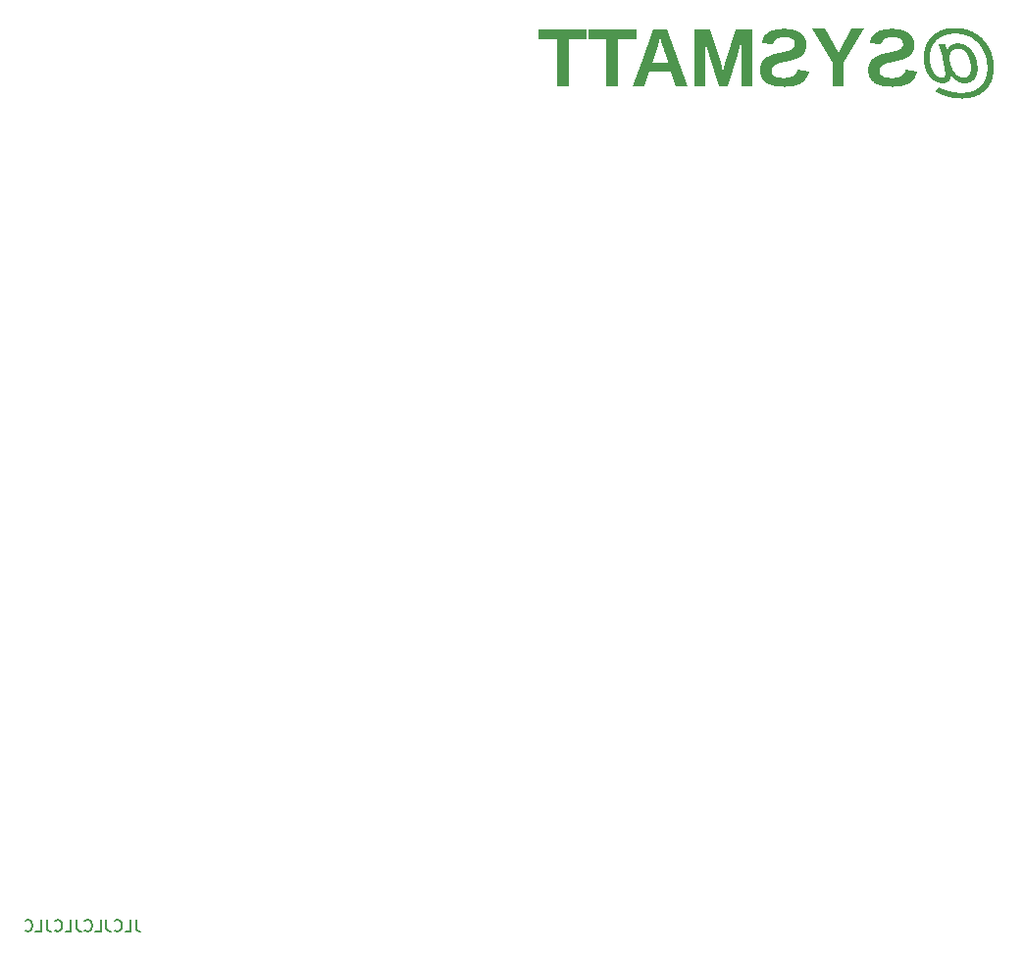
<source format=gbo>
G04 #@! TF.GenerationSoftware,KiCad,Pcbnew,7.0.10-1.fc39*
G04 #@! TF.CreationDate,2024-01-09T16:29:58-05:00*
G04 #@! TF.ProjectId,SYSMATT-WS2812-MATRIX-CARRIER-32X8,5359534d-4154-4542-9d57-53323831322d,rev?*
G04 #@! TF.SameCoordinates,Original*
G04 #@! TF.FileFunction,Legend,Bot*
G04 #@! TF.FilePolarity,Positive*
%FSLAX46Y46*%
G04 Gerber Fmt 4.6, Leading zero omitted, Abs format (unit mm)*
G04 Created by KiCad (PCBNEW 7.0.10-1.fc39) date 2024-01-09 16:29:58*
%MOMM*%
%LPD*%
G01*
G04 APERTURE LIST*
G04 Aperture macros list*
%AMRoundRect*
0 Rectangle with rounded corners*
0 $1 Rounding radius*
0 $2 $3 $4 $5 $6 $7 $8 $9 X,Y pos of 4 corners*
0 Add a 4 corners polygon primitive as box body*
4,1,4,$2,$3,$4,$5,$6,$7,$8,$9,$2,$3,0*
0 Add four circle primitives for the rounded corners*
1,1,$1+$1,$2,$3*
1,1,$1+$1,$4,$5*
1,1,$1+$1,$6,$7*
1,1,$1+$1,$8,$9*
0 Add four rect primitives between the rounded corners*
20,1,$1+$1,$2,$3,$4,$5,0*
20,1,$1+$1,$4,$5,$6,$7,0*
20,1,$1+$1,$6,$7,$8,$9,0*
20,1,$1+$1,$8,$9,$2,$3,0*%
G04 Aperture macros list end*
%ADD10C,1.000000*%
%ADD11C,0.150000*%
%ADD12C,1.600000*%
%ADD13C,12.800000*%
%ADD14R,1.700000X1.700000*%
%ADD15O,1.700000X1.700000*%
%ADD16R,1.600000X1.600000*%
%ADD17R,3.000000X3.000000*%
%ADD18C,3.000000*%
%ADD19R,3.500000X3.500000*%
%ADD20RoundRect,0.750000X1.000000X-0.750000X1.000000X0.750000X-1.000000X0.750000X-1.000000X-0.750000X0*%
%ADD21RoundRect,0.875000X0.875000X-0.875000X0.875000X0.875000X-0.875000X0.875000X-0.875000X-0.875000X0*%
%ADD22R,2.400000X1.600000*%
%ADD23O,2.400000X1.600000*%
%ADD24RoundRect,0.625000X0.625000X-1.125000X0.625000X1.125000X-0.625000X1.125000X-0.625000X-1.125000X0*%
%ADD25O,2.500000X3.500000*%
%ADD26C,10.600000*%
%ADD27RoundRect,0.102000X1.000000X-1.000000X1.000000X1.000000X-1.000000X1.000000X-1.000000X-1.000000X0*%
%ADD28C,2.204000*%
%ADD29RoundRect,0.102000X-0.780000X0.780000X-0.780000X-0.780000X0.780000X-0.780000X0.780000X0.780000X0*%
%ADD30C,1.764000*%
G04 APERTURE END LIST*
D10*
G36*
X143308702Y88351671D02*
G01*
X143367398Y88350404D01*
X143425738Y88348293D01*
X143483723Y88345338D01*
X143541353Y88341539D01*
X143598627Y88336895D01*
X143655546Y88331406D01*
X143712109Y88325074D01*
X143768317Y88317897D01*
X143824170Y88309875D01*
X143879667Y88301010D01*
X143934809Y88291299D01*
X143989595Y88280745D01*
X144044027Y88269346D01*
X144098102Y88257103D01*
X144151823Y88244016D01*
X144205188Y88230084D01*
X144258197Y88215307D01*
X144310851Y88199687D01*
X144363150Y88183222D01*
X144415093Y88165913D01*
X144466681Y88147759D01*
X144517914Y88128761D01*
X144568791Y88108919D01*
X144619313Y88088232D01*
X144669479Y88066701D01*
X144719290Y88044326D01*
X144768746Y88021106D01*
X144817846Y87997042D01*
X144866591Y87972133D01*
X144914980Y87946380D01*
X144963014Y87919783D01*
X145010547Y87892419D01*
X145057434Y87864366D01*
X145103674Y87835623D01*
X145149268Y87806191D01*
X145194216Y87776070D01*
X145238517Y87745259D01*
X145282172Y87713759D01*
X145325181Y87681570D01*
X145367543Y87648691D01*
X145409258Y87615124D01*
X145450328Y87580866D01*
X145490750Y87545920D01*
X145530527Y87510284D01*
X145569657Y87473959D01*
X145608141Y87436944D01*
X145645978Y87399241D01*
X145683169Y87360847D01*
X145719714Y87321765D01*
X145755612Y87281993D01*
X145790864Y87241532D01*
X145825469Y87200382D01*
X145859428Y87158542D01*
X145892741Y87116013D01*
X145925407Y87072795D01*
X145957427Y87028887D01*
X145988801Y86984290D01*
X146019528Y86939004D01*
X146049609Y86893028D01*
X146079043Y86846363D01*
X146107831Y86799009D01*
X146135973Y86750965D01*
X146163468Y86702233D01*
X146190215Y86653049D01*
X146216114Y86603500D01*
X146241163Y86553587D01*
X146265363Y86503308D01*
X146288714Y86452665D01*
X146311216Y86401656D01*
X146332868Y86350283D01*
X146353672Y86298545D01*
X146373626Y86246442D01*
X146392732Y86193974D01*
X146410988Y86141141D01*
X146428395Y86087943D01*
X146444953Y86034380D01*
X146460662Y85980452D01*
X146475521Y85926159D01*
X146489532Y85871502D01*
X146502693Y85816479D01*
X146515006Y85761091D01*
X146526469Y85705339D01*
X146537083Y85649222D01*
X146546848Y85592739D01*
X146555764Y85535892D01*
X146563830Y85478680D01*
X146571048Y85421103D01*
X146577416Y85363160D01*
X146582936Y85304853D01*
X146587606Y85246181D01*
X146591427Y85187145D01*
X146594399Y85127743D01*
X146596522Y85067976D01*
X146597795Y85007844D01*
X146598220Y84947348D01*
X146597884Y84897606D01*
X146596875Y84848215D01*
X146592839Y84750484D01*
X146586113Y84654156D01*
X146576696Y84559231D01*
X146564589Y84465708D01*
X146549791Y84373587D01*
X146532303Y84282869D01*
X146512124Y84193553D01*
X146489255Y84105640D01*
X146463696Y84019129D01*
X146435446Y83934021D01*
X146404505Y83850316D01*
X146370874Y83768013D01*
X146334552Y83687112D01*
X146295540Y83607614D01*
X146253838Y83529518D01*
X146209578Y83453264D01*
X146163201Y83379290D01*
X146114705Y83307596D01*
X146064091Y83238182D01*
X146011360Y83171049D01*
X145956510Y83106196D01*
X145899542Y83043623D01*
X145840457Y82983330D01*
X145779253Y82925317D01*
X145715931Y82869585D01*
X145650491Y82816133D01*
X145582933Y82764962D01*
X145513257Y82716070D01*
X145441463Y82669459D01*
X145367551Y82625128D01*
X145291521Y82583077D01*
X145252787Y82562941D01*
X145174180Y82524587D01*
X145094057Y82488791D01*
X145012417Y82455551D01*
X144929260Y82424868D01*
X144844586Y82396742D01*
X144758395Y82371172D01*
X144670687Y82348160D01*
X144581462Y82327705D01*
X144490720Y82309806D01*
X144398461Y82294465D01*
X144304685Y82281680D01*
X144209393Y82271453D01*
X144112583Y82263782D01*
X144063609Y82260905D01*
X144014256Y82258668D01*
X143964524Y82257070D01*
X143914412Y82256111D01*
X143863921Y82255792D01*
X143791526Y82256335D01*
X143719360Y82257967D01*
X143647423Y82260686D01*
X143575715Y82264493D01*
X143504236Y82269387D01*
X143432985Y82275369D01*
X143361964Y82282439D01*
X143291172Y82290596D01*
X143220609Y82299841D01*
X143150274Y82310174D01*
X143080169Y82321594D01*
X143010293Y82334102D01*
X142940645Y82347697D01*
X142871227Y82362381D01*
X142802037Y82378151D01*
X142733077Y82395010D01*
X142663983Y82413133D01*
X142594698Y82432696D01*
X142525222Y82453700D01*
X142455556Y82476144D01*
X142385699Y82500030D01*
X142315651Y82525356D01*
X142245412Y82552122D01*
X142174982Y82580329D01*
X142104362Y82609977D01*
X142033550Y82641066D01*
X141962548Y82673595D01*
X141891355Y82707564D01*
X141819971Y82742975D01*
X141748397Y82779826D01*
X141676631Y82818118D01*
X141604675Y82857850D01*
X141817166Y83271842D01*
X141880513Y83239760D01*
X141943853Y83208696D01*
X142007186Y83178651D01*
X142070511Y83149625D01*
X142133829Y83121617D01*
X142197140Y83094627D01*
X142260444Y83068656D01*
X142323741Y83043704D01*
X142387031Y83019770D01*
X142450313Y82996854D01*
X142513589Y82974957D01*
X142576857Y82954078D01*
X142640118Y82934218D01*
X142703372Y82915376D01*
X142766619Y82897553D01*
X142829858Y82880748D01*
X142893091Y82864962D01*
X142956316Y82850194D01*
X143019534Y82836444D01*
X143082745Y82823713D01*
X143145949Y82812001D01*
X143209145Y82801307D01*
X143272335Y82791631D01*
X143335517Y82782974D01*
X143398692Y82775336D01*
X143461860Y82768716D01*
X143525021Y82763114D01*
X143588175Y82758531D01*
X143651322Y82754966D01*
X143714461Y82752420D01*
X143777593Y82750893D01*
X143840718Y82750383D01*
X143923246Y82751395D01*
X144004437Y82754429D01*
X144084293Y82759485D01*
X144162814Y82766564D01*
X144239998Y82775666D01*
X144315847Y82786791D01*
X144390360Y82799938D01*
X144463538Y82815108D01*
X144535379Y82832300D01*
X144605885Y82851515D01*
X144675056Y82872753D01*
X144742890Y82896013D01*
X144809389Y82921296D01*
X144874552Y82948602D01*
X144938380Y82977930D01*
X145000872Y83009281D01*
X145061832Y83042607D01*
X145121066Y83077860D01*
X145178573Y83115040D01*
X145234353Y83154147D01*
X145288406Y83195182D01*
X145340732Y83238144D01*
X145391331Y83283033D01*
X145440204Y83329849D01*
X145487349Y83378593D01*
X145532768Y83429264D01*
X145576460Y83481862D01*
X145618425Y83536387D01*
X145658663Y83592840D01*
X145697174Y83651220D01*
X145733958Y83711527D01*
X145769016Y83773761D01*
X145801993Y83837593D01*
X145832843Y83902694D01*
X145861565Y83969064D01*
X145888160Y84036704D01*
X145912627Y84105611D01*
X145934967Y84175788D01*
X145955179Y84247234D01*
X145973264Y84319949D01*
X145989221Y84393933D01*
X146003050Y84469185D01*
X146014752Y84545707D01*
X146024326Y84623497D01*
X146031772Y84702556D01*
X146037091Y84782885D01*
X146040283Y84864482D01*
X146041346Y84947348D01*
X146040996Y84999853D01*
X146039944Y85052038D01*
X146038191Y85103904D01*
X146035736Y85155450D01*
X146032581Y85206677D01*
X146028724Y85257584D01*
X146024166Y85308171D01*
X146018907Y85358439D01*
X146012946Y85408387D01*
X146006284Y85458016D01*
X145998921Y85507325D01*
X145990857Y85556314D01*
X145982091Y85604984D01*
X145972624Y85653334D01*
X145962456Y85701364D01*
X145951587Y85749075D01*
X145927745Y85843538D01*
X145901098Y85936722D01*
X145871645Y86028628D01*
X145839388Y86119255D01*
X145804326Y86208604D01*
X145766459Y86296675D01*
X145725786Y86383467D01*
X145682309Y86468981D01*
X145636380Y86552605D01*
X145588352Y86633730D01*
X145538225Y86712355D01*
X145485999Y86788481D01*
X145431674Y86862107D01*
X145375250Y86933233D01*
X145316727Y87001859D01*
X145256106Y87067986D01*
X145193385Y87131613D01*
X145128565Y87192741D01*
X145061646Y87251369D01*
X144992629Y87307497D01*
X144921512Y87361125D01*
X144848296Y87412254D01*
X144772982Y87460883D01*
X144695568Y87507013D01*
X144616189Y87550638D01*
X144535284Y87591448D01*
X144452852Y87629444D01*
X144368893Y87664626D01*
X144283408Y87696993D01*
X144196397Y87726545D01*
X144107859Y87753283D01*
X144017794Y87777206D01*
X143926203Y87798315D01*
X143833086Y87816610D01*
X143738442Y87832089D01*
X143642271Y87844755D01*
X143593613Y87850032D01*
X143544574Y87854606D01*
X143495153Y87858476D01*
X143445350Y87861642D01*
X143395166Y87864105D01*
X143344600Y87865864D01*
X143293652Y87866919D01*
X143242323Y87867271D01*
X143160979Y87866283D01*
X143080894Y87863321D01*
X143002068Y87858384D01*
X142924502Y87851471D01*
X142848195Y87842584D01*
X142773148Y87831722D01*
X142699360Y87818885D01*
X142626831Y87804073D01*
X142555562Y87787286D01*
X142485552Y87768524D01*
X142416802Y87747788D01*
X142349310Y87725076D01*
X142283079Y87700389D01*
X142218106Y87673728D01*
X142154393Y87645091D01*
X142091939Y87614480D01*
X142031022Y87582051D01*
X141971917Y87547962D01*
X141914625Y87512212D01*
X141859146Y87474803D01*
X141805479Y87435734D01*
X141753625Y87395005D01*
X141703584Y87352615D01*
X141655355Y87308565D01*
X141608940Y87262856D01*
X141564337Y87215486D01*
X141521547Y87166456D01*
X141480569Y87115766D01*
X141441404Y87063416D01*
X141404052Y87009406D01*
X141368513Y86953736D01*
X141334787Y86896406D01*
X141302992Y86837701D01*
X141273249Y86777910D01*
X141245557Y86717030D01*
X141219916Y86655063D01*
X141196327Y86592008D01*
X141174789Y86527866D01*
X141155302Y86462636D01*
X141137866Y86396318D01*
X141122481Y86328913D01*
X141109148Y86260420D01*
X141097866Y86190840D01*
X141088636Y86120171D01*
X141081456Y86048415D01*
X141076328Y85975572D01*
X141073251Y85901641D01*
X141072226Y85826622D01*
X141072798Y85766339D01*
X141074515Y85706695D01*
X141077378Y85647690D01*
X141081385Y85589325D01*
X141086537Y85531599D01*
X141092834Y85474512D01*
X141100275Y85418064D01*
X141108862Y85362255D01*
X141118594Y85307086D01*
X141129470Y85252556D01*
X141141491Y85198665D01*
X141154658Y85145413D01*
X141168969Y85092801D01*
X141184425Y85040828D01*
X141201026Y84989494D01*
X141218771Y84938799D01*
X141227958Y84913770D01*
X141246953Y84864664D01*
X141266779Y84816827D01*
X141287435Y84770259D01*
X141308921Y84724959D01*
X141331236Y84680929D01*
X141366266Y84617262D01*
X141403164Y84556451D01*
X141441929Y84498494D01*
X141482562Y84443393D01*
X141525062Y84391147D01*
X141569430Y84341755D01*
X141615666Y84295219D01*
X141647055Y84266087D01*
X141694496Y84225912D01*
X141742367Y84189966D01*
X141790667Y84158249D01*
X141839396Y84130761D01*
X141888555Y84107502D01*
X141938143Y84088472D01*
X141988160Y84073670D01*
X142038607Y84063098D01*
X142089483Y84056755D01*
X142140788Y84054640D01*
X142192308Y84059143D01*
X142240622Y84072653D01*
X142285731Y84095169D01*
X142327634Y84126692D01*
X142362896Y84169511D01*
X142385486Y84217120D01*
X142398710Y84265463D01*
X142406266Y84320761D01*
X142408234Y84372156D01*
X142407738Y84402867D01*
X142405133Y84454194D01*
X142400296Y84511832D01*
X142393226Y84575781D01*
X142383924Y84646042D01*
X142376482Y84696388D01*
X142368048Y84749540D01*
X142358622Y84805496D01*
X142348204Y84864257D01*
X142336793Y84925824D01*
X142324390Y84990195D01*
X142310995Y85057371D01*
X142296607Y85127353D01*
X142281228Y85200139D01*
X142139241Y85816852D01*
X142772156Y85816852D01*
X142772961Y85776670D01*
X142776539Y85719187D01*
X142782979Y85657239D01*
X142789687Y85607848D01*
X142798005Y85555945D01*
X142807934Y85501531D01*
X142819472Y85444605D01*
X142832620Y85385167D01*
X142847379Y85323218D01*
X142863747Y85258757D01*
X142875348Y85215242D01*
X142893896Y85151078D01*
X142913817Y85088245D01*
X142935112Y85026743D01*
X142957780Y84966572D01*
X142981823Y84907732D01*
X143007240Y84850223D01*
X143034030Y84794045D01*
X143062194Y84739197D01*
X143091732Y84685681D01*
X143122644Y84633496D01*
X143143892Y84599803D01*
X143176442Y84551141D01*
X143209808Y84504734D01*
X143243991Y84460581D01*
X143278988Y84418681D01*
X143314802Y84379036D01*
X143351431Y84341645D01*
X143388876Y84306507D01*
X143427137Y84273624D01*
X143466213Y84242995D01*
X143506106Y84214619D01*
X143559744Y84180559D01*
X143613801Y84151040D01*
X143668279Y84126062D01*
X143723176Y84105626D01*
X143778494Y84089731D01*
X143834231Y84078377D01*
X143890387Y84071565D01*
X143946964Y84069295D01*
X143989172Y84070182D01*
X144049908Y84074840D01*
X144107554Y84083491D01*
X144162108Y84096135D01*
X144213570Y84112772D01*
X144261942Y84133401D01*
X144307222Y84158024D01*
X144349411Y84186639D01*
X144388509Y84219246D01*
X144424516Y84255847D01*
X144457431Y84296441D01*
X144477543Y84325635D01*
X144505278Y84371860D01*
X144530094Y84421004D01*
X144551990Y84473068D01*
X144570966Y84528051D01*
X144587023Y84585954D01*
X144600161Y84646776D01*
X144610379Y84710518D01*
X144617678Y84777179D01*
X144622057Y84846760D01*
X144623517Y84919260D01*
X144622963Y84971376D01*
X144621303Y85023311D01*
X144618536Y85075065D01*
X144614663Y85126637D01*
X144609683Y85178028D01*
X144603596Y85229238D01*
X144596402Y85280267D01*
X144588101Y85331114D01*
X144578694Y85381780D01*
X144568180Y85432265D01*
X144556560Y85482569D01*
X144543832Y85532691D01*
X144529998Y85582632D01*
X144515058Y85632392D01*
X144499010Y85681970D01*
X144481856Y85731367D01*
X144463552Y85780125D01*
X144444361Y85827481D01*
X144424282Y85873434D01*
X144403316Y85917984D01*
X144370204Y85982180D01*
X144335095Y86043221D01*
X144297990Y86101105D01*
X144258889Y86155835D01*
X144217791Y86207408D01*
X144174697Y86255826D01*
X144129606Y86301089D01*
X144082519Y86343196D01*
X144050204Y86369371D01*
X144000767Y86405467D01*
X143950170Y86437763D01*
X143898413Y86466260D01*
X143845498Y86490958D01*
X143791424Y86511856D01*
X143736190Y86528954D01*
X143679797Y86542252D01*
X143622245Y86551751D01*
X143563534Y86557451D01*
X143503663Y86559351D01*
X143463826Y86558540D01*
X143405805Y86554282D01*
X143349866Y86546375D01*
X143296010Y86534819D01*
X143244236Y86519613D01*
X143194544Y86500758D01*
X143146935Y86478254D01*
X143101408Y86452101D01*
X143057963Y86422298D01*
X143016600Y86388846D01*
X142977320Y86351744D01*
X142952476Y86325469D01*
X142918215Y86284267D01*
X142887561Y86240919D01*
X142860513Y86195424D01*
X142837071Y86147782D01*
X142817236Y86097994D01*
X142801007Y86046059D01*
X142788385Y85991977D01*
X142779369Y85935749D01*
X142773959Y85877374D01*
X142772156Y85816852D01*
X142139241Y85816852D01*
X141879448Y86945254D01*
X142415561Y86945254D01*
X142548674Y86426238D01*
X142569434Y86426238D01*
X142600742Y86498552D01*
X142635437Y86566201D01*
X142673519Y86629184D01*
X142714988Y86687502D01*
X142759843Y86741154D01*
X142808086Y86790141D01*
X142859716Y86834462D01*
X142914733Y86874118D01*
X142973136Y86909109D01*
X143034927Y86939434D01*
X143100104Y86965094D01*
X143168669Y86986089D01*
X143240620Y87002418D01*
X143315959Y87014081D01*
X143394684Y87021079D01*
X143476796Y87023412D01*
X143537337Y87022315D01*
X143597143Y87019023D01*
X143656215Y87013537D01*
X143714552Y87005857D01*
X143772154Y86995982D01*
X143829021Y86983913D01*
X143885154Y86969650D01*
X143940553Y86953192D01*
X143995216Y86934540D01*
X144049145Y86913693D01*
X144102340Y86890653D01*
X144154799Y86865417D01*
X144206524Y86837988D01*
X144257515Y86808364D01*
X144307771Y86776545D01*
X144357292Y86742533D01*
X144405778Y86706593D01*
X144452928Y86668993D01*
X144498743Y86629733D01*
X144543222Y86588812D01*
X144586365Y86546232D01*
X144628172Y86501992D01*
X144668644Y86456091D01*
X144707780Y86408531D01*
X144745581Y86359310D01*
X144782045Y86308429D01*
X144817174Y86255888D01*
X144850968Y86201687D01*
X144883425Y86145826D01*
X144914547Y86088305D01*
X144944333Y86029124D01*
X144972784Y85968283D01*
X144999550Y85906340D01*
X145024590Y85843853D01*
X145047903Y85780822D01*
X145069489Y85717247D01*
X145089348Y85653128D01*
X145107480Y85588466D01*
X145123885Y85523260D01*
X145138564Y85457510D01*
X145151515Y85391216D01*
X145162740Y85324379D01*
X145172238Y85256997D01*
X145180009Y85189072D01*
X145186053Y85120603D01*
X145190370Y85051590D01*
X145192960Y84982033D01*
X145193824Y84911933D01*
X145192664Y84834552D01*
X145189187Y84759338D01*
X145183391Y84686289D01*
X145175276Y84615406D01*
X145164844Y84546689D01*
X145152092Y84480138D01*
X145137023Y84415752D01*
X145119635Y84353532D01*
X145099928Y84293478D01*
X145077904Y84235590D01*
X145053561Y84179867D01*
X145026899Y84126310D01*
X144997919Y84074919D01*
X144966621Y84025694D01*
X144933004Y83978634D01*
X144897069Y83933740D01*
X144858882Y83891446D01*
X144818815Y83851880D01*
X144776870Y83815044D01*
X144733044Y83780935D01*
X144687339Y83749556D01*
X144639755Y83720905D01*
X144590291Y83694983D01*
X144538948Y83671789D01*
X144485725Y83651325D01*
X144430622Y83633588D01*
X144373640Y83618581D01*
X144314778Y83606302D01*
X144254037Y83596752D01*
X144191417Y83589930D01*
X144126917Y83585837D01*
X144060537Y83584473D01*
X144016330Y83585369D01*
X143950252Y83590078D01*
X143884453Y83598822D01*
X143818933Y83611602D01*
X143753692Y83628417D01*
X143688731Y83649269D01*
X143624048Y83674156D01*
X143559645Y83703078D01*
X143495520Y83736037D01*
X143452926Y83760251D01*
X143410455Y83786259D01*
X143368108Y83814061D01*
X143326473Y83843418D01*
X143286134Y83873786D01*
X143247094Y83905165D01*
X143209351Y83937556D01*
X143172905Y83970958D01*
X143137757Y84005372D01*
X143103906Y84040797D01*
X143071353Y84077233D01*
X143024957Y84133783D01*
X142981480Y84192609D01*
X142954117Y84233090D01*
X142928051Y84274583D01*
X142903284Y84317087D01*
X142879813Y84360602D01*
X142857641Y84405129D01*
X142836880Y84405129D01*
X142840590Y84385680D01*
X142848700Y84331717D01*
X142853667Y84281996D01*
X142856647Y84229937D01*
X142857641Y84175540D01*
X142857475Y84158257D01*
X142854988Y84107839D01*
X142847032Y84043954D01*
X142833770Y83983886D01*
X142815204Y83927634D01*
X142791333Y83875198D01*
X142762157Y83826578D01*
X142727677Y83781775D01*
X142687892Y83740788D01*
X142677140Y83731171D01*
X142631268Y83695756D01*
X142580816Y83665225D01*
X142525785Y83639580D01*
X142466175Y83618819D01*
X142418462Y83606454D01*
X142368172Y83596837D01*
X142315307Y83589968D01*
X142259866Y83585846D01*
X142201849Y83584473D01*
X142146222Y83585613D01*
X142091081Y83589033D01*
X142036427Y83594734D01*
X141982259Y83602715D01*
X141928578Y83612976D01*
X141875384Y83625517D01*
X141822676Y83640338D01*
X141770455Y83657440D01*
X141718720Y83676822D01*
X141667472Y83698484D01*
X141616711Y83722427D01*
X141566436Y83748650D01*
X141516647Y83777153D01*
X141467346Y83807936D01*
X141418530Y83840999D01*
X141370202Y83876343D01*
X141322770Y83913709D01*
X141276645Y83952840D01*
X141231828Y83993737D01*
X141188317Y84036398D01*
X141146114Y84080825D01*
X141105217Y84127016D01*
X141065628Y84174973D01*
X141027346Y84224694D01*
X140990371Y84276181D01*
X140954703Y84329432D01*
X140920342Y84384449D01*
X140887288Y84441231D01*
X140855541Y84499777D01*
X140825101Y84560089D01*
X140795969Y84622166D01*
X140768143Y84686008D01*
X140741672Y84751314D01*
X140716910Y84817479D01*
X140693854Y84884503D01*
X140672507Y84952385D01*
X140652867Y85021126D01*
X140634935Y85090726D01*
X140618711Y85161184D01*
X140604195Y85232501D01*
X140591387Y85304677D01*
X140580286Y85377711D01*
X140570893Y85451604D01*
X140563208Y85526356D01*
X140557231Y85601966D01*
X140552961Y85678435D01*
X140550400Y85755763D01*
X140549546Y85833949D01*
X140550801Y85927272D01*
X140554564Y86019173D01*
X140560837Y86109653D01*
X140569620Y86198711D01*
X140580911Y86286347D01*
X140594712Y86372562D01*
X140611022Y86457355D01*
X140629841Y86540727D01*
X140651169Y86622677D01*
X140675007Y86703206D01*
X140701353Y86782313D01*
X140730209Y86859998D01*
X140761574Y86936262D01*
X140795449Y87011104D01*
X140831832Y87084525D01*
X140870725Y87156524D01*
X140912008Y87226806D01*
X140955561Y87295075D01*
X141001386Y87361330D01*
X141049480Y87425573D01*
X141099846Y87487802D01*
X141152482Y87548019D01*
X141207389Y87606222D01*
X141264567Y87662412D01*
X141324015Y87716589D01*
X141385734Y87768753D01*
X141449724Y87818904D01*
X141515984Y87867042D01*
X141584515Y87913167D01*
X141655317Y87957278D01*
X141728390Y87999377D01*
X141803733Y88039462D01*
X141880937Y88077320D01*
X141959896Y88112735D01*
X142040610Y88145708D01*
X142123080Y88176238D01*
X142207306Y88204326D01*
X142293287Y88229972D01*
X142381024Y88253175D01*
X142470516Y88273935D01*
X142561764Y88292254D01*
X142654767Y88308129D01*
X142749525Y88321563D01*
X142846039Y88332554D01*
X142894955Y88337133D01*
X142944309Y88341102D01*
X142994102Y88344460D01*
X143044334Y88347208D01*
X143095005Y88349345D01*
X143146115Y88350872D01*
X143197663Y88351788D01*
X143249651Y88352093D01*
X143308702Y88351671D01*
G37*
G36*
X135758722Y84740963D02*
G01*
X135760783Y84653121D01*
X135766966Y84567894D01*
X135777270Y84485280D01*
X135791695Y84405281D01*
X135810242Y84327896D01*
X135832911Y84253126D01*
X135859702Y84180969D01*
X135890614Y84111427D01*
X135925647Y84044498D01*
X135964802Y83980184D01*
X136008079Y83918484D01*
X136055478Y83859398D01*
X136106997Y83802927D01*
X136162639Y83749069D01*
X136222402Y83697826D01*
X136286287Y83649197D01*
X136354012Y83603502D01*
X136425601Y83560754D01*
X136501054Y83520955D01*
X136580371Y83484104D01*
X136663552Y83450201D01*
X136750596Y83419246D01*
X136841505Y83391239D01*
X136936278Y83366181D01*
X136985114Y83354757D01*
X137034915Y83344070D01*
X137085683Y83334120D01*
X137137416Y83324907D01*
X137190116Y83316432D01*
X137243781Y83308693D01*
X137298412Y83301691D01*
X137354010Y83295426D01*
X137410573Y83289899D01*
X137468103Y83285108D01*
X137526598Y83281055D01*
X137586060Y83277738D01*
X137646487Y83275158D01*
X137707881Y83273316D01*
X137770240Y83272210D01*
X137833565Y83271842D01*
X137891333Y83272163D01*
X137948317Y83273125D01*
X138004515Y83274729D01*
X138059929Y83276975D01*
X138114558Y83279862D01*
X138168402Y83283391D01*
X138221462Y83287561D01*
X138273737Y83292373D01*
X138325227Y83297827D01*
X138375932Y83303923D01*
X138425853Y83310659D01*
X138474989Y83318038D01*
X138523340Y83326058D01*
X138617689Y83344023D01*
X138708898Y83364555D01*
X138796969Y83387653D01*
X138881900Y83413318D01*
X138963693Y83441549D01*
X139042347Y83472346D01*
X139117862Y83505710D01*
X139190238Y83541641D01*
X139259475Y83580138D01*
X139292916Y83600348D01*
X139357541Y83642733D01*
X139419217Y83687761D01*
X139477945Y83735431D01*
X139533725Y83785744D01*
X139586556Y83838700D01*
X139636440Y83894299D01*
X139683376Y83952540D01*
X139727363Y84013424D01*
X139768403Y84076951D01*
X139806494Y84143121D01*
X139841638Y84211933D01*
X139873833Y84283389D01*
X139903080Y84357487D01*
X139929379Y84434228D01*
X139952730Y84513612D01*
X139973133Y84595638D01*
X138993719Y84756838D01*
X138973290Y84687233D01*
X138949555Y84621298D01*
X138922514Y84559034D01*
X138892167Y84500441D01*
X138858515Y84445518D01*
X138821556Y84394266D01*
X138781292Y84346686D01*
X138737722Y84302776D01*
X138690846Y84262536D01*
X138640664Y84225968D01*
X138605373Y84203628D01*
X138549370Y84172856D01*
X138489439Y84145110D01*
X138425579Y84120391D01*
X138357791Y84098699D01*
X138310416Y84085919D01*
X138261296Y84074485D01*
X138210429Y84064396D01*
X138157817Y84055651D01*
X138103459Y84048253D01*
X138047354Y84042199D01*
X137989504Y84037491D01*
X137929908Y84034128D01*
X137868566Y84032110D01*
X137805478Y84031437D01*
X137740187Y84032073D01*
X137676969Y84033980D01*
X137615823Y84037158D01*
X137556751Y84041607D01*
X137499751Y84047328D01*
X137444823Y84054320D01*
X137391969Y84062584D01*
X137341187Y84072119D01*
X137292478Y84082925D01*
X137201278Y84108351D01*
X137118369Y84138862D01*
X137043751Y84174459D01*
X136977424Y84215140D01*
X136919388Y84260907D01*
X136869642Y84311759D01*
X136828188Y84367697D01*
X136795024Y84428719D01*
X136770151Y84494827D01*
X136753570Y84566020D01*
X136745279Y84642298D01*
X136744242Y84682344D01*
X136746150Y84733101D01*
X136753902Y84793327D01*
X136767617Y84849975D01*
X136787295Y84903045D01*
X136812936Y84952538D01*
X136844539Y84998453D01*
X136866364Y85024284D01*
X136906942Y85065160D01*
X136952350Y85103830D01*
X136992154Y85133177D01*
X137035049Y85161113D01*
X137081035Y85187636D01*
X137130113Y85212747D01*
X137182281Y85236446D01*
X137209525Y85247766D01*
X137271158Y85270931D01*
X137325748Y85289056D01*
X137387507Y85307825D01*
X137456437Y85327238D01*
X137506373Y85340538D01*
X137559496Y85354124D01*
X137615805Y85367996D01*
X137675301Y85382155D01*
X137737984Y85396600D01*
X137803853Y85411330D01*
X137872909Y85426348D01*
X137945152Y85441651D01*
X138020581Y85457240D01*
X138059490Y85465143D01*
X138125984Y85480971D01*
X138189912Y85496398D01*
X138251273Y85511425D01*
X138310068Y85526051D01*
X138366296Y85540276D01*
X138419958Y85554100D01*
X138471054Y85567524D01*
X138519583Y85580547D01*
X138587564Y85599331D01*
X138649771Y85617212D01*
X138706203Y85634192D01*
X138756861Y85650271D01*
X138815422Y85670307D01*
X138867915Y85690266D01*
X138919149Y85711065D01*
X138969123Y85732703D01*
X139017838Y85755181D01*
X139065294Y85778498D01*
X139111490Y85802656D01*
X139156427Y85827652D01*
X139200104Y85853489D01*
X139242064Y85880413D01*
X139282460Y85908672D01*
X139330754Y85945875D01*
X139376603Y85985165D01*
X139420007Y86026542D01*
X139460967Y86070006D01*
X139491974Y86106280D01*
X139528092Y86154091D01*
X139561646Y86204407D01*
X139586642Y86246462D01*
X139609998Y86290120D01*
X139631713Y86335382D01*
X139651786Y86382246D01*
X139670219Y86430713D01*
X139678820Y86455547D01*
X139694562Y86506533D01*
X139708206Y86559351D01*
X139719750Y86614000D01*
X139729195Y86670481D01*
X139736542Y86728794D01*
X139741789Y86788939D01*
X139744937Y86850915D01*
X139745987Y86914724D01*
X139744064Y86995801D01*
X139738297Y87074474D01*
X139728685Y87150743D01*
X139715228Y87224607D01*
X139697925Y87296067D01*
X139676778Y87365123D01*
X139651786Y87431775D01*
X139622950Y87496022D01*
X139590268Y87557865D01*
X139553741Y87617304D01*
X139513369Y87674338D01*
X139469153Y87728968D01*
X139421091Y87781194D01*
X139369185Y87831016D01*
X139313434Y87878434D01*
X139253838Y87923447D01*
X139190416Y87965889D01*
X139123492Y88005593D01*
X139053067Y88042558D01*
X138979141Y88076786D01*
X138901713Y88108275D01*
X138820784Y88137026D01*
X138736353Y88163039D01*
X138648421Y88186313D01*
X138556987Y88206850D01*
X138462052Y88224648D01*
X138413271Y88232520D01*
X138363615Y88239708D01*
X138313084Y88246211D01*
X138261677Y88252030D01*
X138209395Y88257164D01*
X138156238Y88261613D01*
X138102205Y88265378D01*
X138047297Y88268459D01*
X137991514Y88270855D01*
X137934855Y88272566D01*
X137877320Y88273593D01*
X137818911Y88273935D01*
X137763172Y88273663D01*
X137708305Y88272848D01*
X137654312Y88271488D01*
X137601191Y88269585D01*
X137548944Y88267138D01*
X137497569Y88264147D01*
X137447068Y88260612D01*
X137397439Y88256533D01*
X137348684Y88251911D01*
X137253792Y88241034D01*
X137162391Y88227982D01*
X137074483Y88212755D01*
X136990067Y88195353D01*
X136909142Y88175775D01*
X136831709Y88154023D01*
X136757769Y88130094D01*
X136687320Y88103991D01*
X136620363Y88075712D01*
X136556898Y88045258D01*
X136496925Y88012629D01*
X136468248Y87995498D01*
X136413021Y87959425D01*
X136360304Y87920508D01*
X136310096Y87878748D01*
X136262397Y87834146D01*
X136217207Y87786699D01*
X136174527Y87736410D01*
X136134356Y87683278D01*
X136096693Y87627302D01*
X136061541Y87568484D01*
X136028897Y87506822D01*
X135998763Y87442317D01*
X135971137Y87374969D01*
X135946021Y87304778D01*
X135923415Y87231743D01*
X135903317Y87155866D01*
X135885729Y87077145D01*
X136868806Y86945254D01*
X136884377Y87000939D01*
X136902695Y87053961D01*
X136923761Y87104322D01*
X136947575Y87152021D01*
X136974136Y87197058D01*
X137003445Y87239433D01*
X137035502Y87279147D01*
X137070307Y87316198D01*
X137107859Y87350588D01*
X137148159Y87382315D01*
X137176552Y87401988D01*
X137221611Y87429487D01*
X137270233Y87454281D01*
X137322418Y87476370D01*
X137378167Y87495755D01*
X137437479Y87512434D01*
X137500355Y87526409D01*
X137566795Y87537679D01*
X137636797Y87546244D01*
X137710364Y87552105D01*
X137761387Y87554509D01*
X137813995Y87555711D01*
X137840893Y87555861D01*
X137897468Y87555292D01*
X137952247Y87553586D01*
X138005231Y87550742D01*
X138056418Y87546759D01*
X138105809Y87541640D01*
X138199203Y87527987D01*
X138285414Y87509783D01*
X138364439Y87487028D01*
X138436281Y87459723D01*
X138500939Y87427866D01*
X138558412Y87391459D01*
X138608701Y87350501D01*
X138651806Y87304991D01*
X138687727Y87254931D01*
X138716464Y87200320D01*
X138738017Y87141158D01*
X138752385Y87077445D01*
X138759569Y87009181D01*
X138760467Y86973342D01*
X138758082Y86915859D01*
X138750926Y86861716D01*
X138739000Y86810911D01*
X138722304Y86763446D01*
X138700837Y86719320D01*
X138668781Y86670777D01*
X138662770Y86663154D01*
X138629944Y86626237D01*
X138592526Y86591050D01*
X138550517Y86557591D01*
X138503917Y86525863D01*
X138452725Y86495863D01*
X138408465Y86473108D01*
X138373342Y86456769D01*
X138318941Y86435035D01*
X138270051Y86417858D01*
X138214227Y86399930D01*
X138151469Y86381250D01*
X138081777Y86361819D01*
X138031464Y86348448D01*
X137978069Y86334742D01*
X137921593Y86320703D01*
X137862035Y86306330D01*
X137799395Y86291623D01*
X137733674Y86276582D01*
X137664871Y86261207D01*
X137592986Y86245498D01*
X137507372Y86226966D01*
X137424859Y86208614D01*
X137345447Y86190444D01*
X137269135Y86172455D01*
X137195925Y86154647D01*
X137125815Y86137020D01*
X137058805Y86119575D01*
X136994897Y86102311D01*
X136934089Y86085228D01*
X136876382Y86068327D01*
X136821775Y86051607D01*
X136770269Y86035068D01*
X136721865Y86018710D01*
X136655071Y85994514D01*
X136595254Y85970725D01*
X136540031Y85946776D01*
X136487019Y85922096D01*
X136436218Y85896687D01*
X136387629Y85870548D01*
X136341250Y85843678D01*
X136297082Y85816079D01*
X136255126Y85787751D01*
X136215380Y85758692D01*
X136165826Y85718812D01*
X136120202Y85677634D01*
X136077536Y85634777D01*
X136037465Y85589859D01*
X135999989Y85542880D01*
X135965108Y85493841D01*
X135932822Y85442741D01*
X135903131Y85389580D01*
X135876035Y85334358D01*
X135851535Y85277076D01*
X135829782Y85217942D01*
X135810929Y85156557D01*
X135798693Y85109041D01*
X135788089Y85060258D01*
X135779116Y85010208D01*
X135771774Y84958892D01*
X135766064Y84906309D01*
X135761985Y84852460D01*
X135759538Y84797345D01*
X135758722Y84740963D01*
G37*
G36*
X132656838Y85382100D02*
G01*
X132656838Y83350000D01*
X133666782Y83350000D01*
X133666782Y85382100D01*
X135391137Y88273935D01*
X134328681Y88273935D01*
X133168527Y86163677D01*
X131993719Y88273935D01*
X130932484Y88273935D01*
X132656838Y85382100D01*
G37*
G36*
X126428646Y84740963D02*
G01*
X126430706Y84653121D01*
X126436889Y84567894D01*
X126447193Y84485280D01*
X126461618Y84405281D01*
X126480166Y84327896D01*
X126502834Y84253126D01*
X126529625Y84180969D01*
X126560537Y84111427D01*
X126595570Y84044498D01*
X126634726Y83980184D01*
X126678002Y83918484D01*
X126725401Y83859398D01*
X126776921Y83802927D01*
X126832562Y83749069D01*
X126892325Y83697826D01*
X126956210Y83649197D01*
X127023935Y83603502D01*
X127095524Y83560754D01*
X127170977Y83520955D01*
X127250294Y83484104D01*
X127333475Y83450201D01*
X127420520Y83419246D01*
X127511429Y83391239D01*
X127606202Y83366181D01*
X127655037Y83354757D01*
X127704838Y83344070D01*
X127755606Y83334120D01*
X127807339Y83324907D01*
X127860039Y83316432D01*
X127913704Y83308693D01*
X127968336Y83301691D01*
X128023933Y83295426D01*
X128080497Y83289899D01*
X128138026Y83285108D01*
X128196521Y83281055D01*
X128255983Y83277738D01*
X128316410Y83275158D01*
X128377804Y83273316D01*
X128440163Y83272210D01*
X128503489Y83271842D01*
X128561257Y83272163D01*
X128618240Y83273125D01*
X128674438Y83274729D01*
X128729852Y83276975D01*
X128784481Y83279862D01*
X128838326Y83283391D01*
X128891385Y83287561D01*
X128943660Y83292373D01*
X128995150Y83297827D01*
X129045856Y83303923D01*
X129095776Y83310659D01*
X129144912Y83318038D01*
X129193264Y83326058D01*
X129287612Y83344023D01*
X129378821Y83364555D01*
X129466892Y83387653D01*
X129551824Y83413318D01*
X129633616Y83441549D01*
X129712270Y83472346D01*
X129787785Y83505710D01*
X129860161Y83541641D01*
X129929398Y83580138D01*
X129962840Y83600348D01*
X130027464Y83642733D01*
X130089140Y83687761D01*
X130147868Y83735431D01*
X130203648Y83785744D01*
X130256480Y83838700D01*
X130306363Y83894299D01*
X130353299Y83952540D01*
X130397287Y84013424D01*
X130438326Y84076951D01*
X130476418Y84143121D01*
X130511561Y84211933D01*
X130543756Y84283389D01*
X130573003Y84357487D01*
X130599302Y84434228D01*
X130622653Y84513612D01*
X130643056Y84595638D01*
X129663642Y84756838D01*
X129643213Y84687233D01*
X129619478Y84621298D01*
X129592437Y84559034D01*
X129562091Y84500441D01*
X129528438Y84445518D01*
X129491480Y84394266D01*
X129451215Y84346686D01*
X129407645Y84302776D01*
X129360769Y84262536D01*
X129310587Y84225968D01*
X129275296Y84203628D01*
X129219293Y84172856D01*
X129159362Y84145110D01*
X129095502Y84120391D01*
X129027714Y84098699D01*
X128980339Y84085919D01*
X128931219Y84074485D01*
X128880353Y84064396D01*
X128827740Y84055651D01*
X128773382Y84048253D01*
X128717278Y84042199D01*
X128659427Y84037491D01*
X128599831Y84034128D01*
X128538489Y84032110D01*
X128475401Y84031437D01*
X128410110Y84032073D01*
X128346892Y84033980D01*
X128285746Y84037158D01*
X128226674Y84041607D01*
X128169674Y84047328D01*
X128114747Y84054320D01*
X128061892Y84062584D01*
X128011110Y84072119D01*
X127962401Y84082925D01*
X127871201Y84108351D01*
X127788292Y84138862D01*
X127713674Y84174459D01*
X127647347Y84215140D01*
X127589311Y84260907D01*
X127539565Y84311759D01*
X127498111Y84367697D01*
X127464947Y84428719D01*
X127440075Y84494827D01*
X127423493Y84566020D01*
X127415202Y84642298D01*
X127414166Y84682344D01*
X127416074Y84733101D01*
X127423826Y84793327D01*
X127437540Y84849975D01*
X127457218Y84903045D01*
X127482859Y84952538D01*
X127514463Y84998453D01*
X127536287Y85024284D01*
X127576865Y85065160D01*
X127622273Y85103830D01*
X127662077Y85133177D01*
X127704972Y85161113D01*
X127750958Y85187636D01*
X127800036Y85212747D01*
X127852205Y85236446D01*
X127879448Y85247766D01*
X127941081Y85270931D01*
X127995671Y85289056D01*
X128057431Y85307825D01*
X128126360Y85327238D01*
X128176296Y85340538D01*
X128229419Y85354124D01*
X128285729Y85367996D01*
X128345225Y85382155D01*
X128407907Y85396600D01*
X128473776Y85411330D01*
X128542832Y85426348D01*
X128615075Y85441651D01*
X128690504Y85457240D01*
X128729413Y85465143D01*
X128795907Y85480971D01*
X128859835Y85496398D01*
X128921196Y85511425D01*
X128979991Y85526051D01*
X129036220Y85540276D01*
X129089881Y85554100D01*
X129140977Y85567524D01*
X129189506Y85580547D01*
X129257487Y85599331D01*
X129319694Y85617212D01*
X129376126Y85634192D01*
X129426784Y85650271D01*
X129485345Y85670307D01*
X129537838Y85690266D01*
X129589072Y85711065D01*
X129639046Y85732703D01*
X129687761Y85755181D01*
X129735217Y85778498D01*
X129781413Y85802656D01*
X129826350Y85827652D01*
X129870027Y85853489D01*
X129911988Y85880413D01*
X129952383Y85908672D01*
X130000677Y85945875D01*
X130046526Y85985165D01*
X130089931Y86026542D01*
X130130890Y86070006D01*
X130161898Y86106280D01*
X130198015Y86154091D01*
X130231569Y86204407D01*
X130256566Y86246462D01*
X130279921Y86290120D01*
X130301636Y86335382D01*
X130321710Y86382246D01*
X130340142Y86430713D01*
X130348743Y86455547D01*
X130364486Y86506533D01*
X130378129Y86559351D01*
X130389673Y86614000D01*
X130399118Y86670481D01*
X130406465Y86728794D01*
X130411712Y86788939D01*
X130414861Y86850915D01*
X130415910Y86914724D01*
X130413988Y86995801D01*
X130408220Y87074474D01*
X130398608Y87150743D01*
X130385151Y87224607D01*
X130367849Y87296067D01*
X130346702Y87365123D01*
X130321710Y87431775D01*
X130292873Y87496022D01*
X130260191Y87557865D01*
X130223664Y87617304D01*
X130183293Y87674338D01*
X130139076Y87728968D01*
X130091015Y87781194D01*
X130039108Y87831016D01*
X129983357Y87878434D01*
X129923761Y87923447D01*
X129860339Y87965889D01*
X129793415Y88005593D01*
X129722990Y88042558D01*
X129649064Y88076786D01*
X129571636Y88108275D01*
X129490707Y88137026D01*
X129406276Y88163039D01*
X129318344Y88186313D01*
X129226910Y88206850D01*
X129131975Y88224648D01*
X129083195Y88232520D01*
X129033539Y88239708D01*
X128983007Y88246211D01*
X128931601Y88252030D01*
X128879319Y88257164D01*
X128826161Y88261613D01*
X128772128Y88265378D01*
X128717220Y88268459D01*
X128661437Y88270855D01*
X128604778Y88272566D01*
X128547244Y88273593D01*
X128488834Y88273935D01*
X128433095Y88273663D01*
X128378228Y88272848D01*
X128324235Y88271488D01*
X128271115Y88269585D01*
X128218867Y88267138D01*
X128167493Y88264147D01*
X128116991Y88260612D01*
X128067363Y88256533D01*
X128018607Y88251911D01*
X127923715Y88241034D01*
X127832315Y88227982D01*
X127744406Y88212755D01*
X127659990Y88195353D01*
X127579065Y88175775D01*
X127501633Y88154023D01*
X127427692Y88130094D01*
X127357243Y88103991D01*
X127290286Y88075712D01*
X127226821Y88045258D01*
X127166848Y88012629D01*
X127138171Y87995498D01*
X127082945Y87959425D01*
X127030227Y87920508D01*
X126980019Y87878748D01*
X126932320Y87834146D01*
X126887131Y87786699D01*
X126844450Y87736410D01*
X126804279Y87683278D01*
X126766617Y87627302D01*
X126731464Y87568484D01*
X126698820Y87506822D01*
X126668686Y87442317D01*
X126641061Y87374969D01*
X126615945Y87304778D01*
X126593338Y87231743D01*
X126573240Y87155866D01*
X126555652Y87077145D01*
X127538729Y86945254D01*
X127554300Y87000939D01*
X127572618Y87053961D01*
X127593684Y87104322D01*
X127617498Y87152021D01*
X127644059Y87197058D01*
X127673368Y87239433D01*
X127705425Y87279147D01*
X127740230Y87316198D01*
X127777782Y87350588D01*
X127818082Y87382315D01*
X127846475Y87401988D01*
X127891534Y87429487D01*
X127940156Y87454281D01*
X127992341Y87476370D01*
X128048090Y87495755D01*
X128107403Y87512434D01*
X128170278Y87526409D01*
X128236718Y87537679D01*
X128306721Y87546244D01*
X128380287Y87552105D01*
X128431311Y87554509D01*
X128483918Y87555711D01*
X128510816Y87555861D01*
X128567391Y87555292D01*
X128622171Y87553586D01*
X128675154Y87550742D01*
X128726341Y87546759D01*
X128775732Y87541640D01*
X128869127Y87527987D01*
X128955337Y87509783D01*
X129034363Y87487028D01*
X129106204Y87459723D01*
X129170862Y87427866D01*
X129228335Y87391459D01*
X129278625Y87350501D01*
X129321730Y87304991D01*
X129357651Y87254931D01*
X129386387Y87200320D01*
X129407940Y87141158D01*
X129422308Y87077445D01*
X129429492Y87009181D01*
X129430390Y86973342D01*
X129428005Y86915859D01*
X129420850Y86861716D01*
X129408924Y86810911D01*
X129392227Y86763446D01*
X129370761Y86719320D01*
X129338704Y86670777D01*
X129332693Y86663154D01*
X129299867Y86626237D01*
X129262449Y86591050D01*
X129220440Y86557591D01*
X129173840Y86525863D01*
X129122648Y86495863D01*
X129078388Y86473108D01*
X129043265Y86456769D01*
X128988864Y86435035D01*
X128939974Y86417858D01*
X128884150Y86399930D01*
X128821392Y86381250D01*
X128751700Y86361819D01*
X128701387Y86348448D01*
X128647993Y86334742D01*
X128591516Y86320703D01*
X128531958Y86306330D01*
X128469319Y86291623D01*
X128403597Y86276582D01*
X128334794Y86261207D01*
X128262909Y86245498D01*
X128177296Y86226966D01*
X128094783Y86208614D01*
X128015370Y86190444D01*
X127939059Y86172455D01*
X127865848Y86154647D01*
X127795738Y86137020D01*
X127728728Y86119575D01*
X127664820Y86102311D01*
X127604012Y86085228D01*
X127546305Y86068327D01*
X127491698Y86051607D01*
X127440193Y86035068D01*
X127391788Y86018710D01*
X127324994Y85994514D01*
X127265177Y85970725D01*
X127209954Y85946776D01*
X127156943Y85922096D01*
X127106142Y85896687D01*
X127057552Y85870548D01*
X127011173Y85843678D01*
X126967006Y85816079D01*
X126925049Y85787751D01*
X126885303Y85758692D01*
X126835749Y85718812D01*
X126790125Y85677634D01*
X126747459Y85634777D01*
X126707388Y85589859D01*
X126669912Y85542880D01*
X126635031Y85493841D01*
X126602745Y85442741D01*
X126573054Y85389580D01*
X126545959Y85334358D01*
X126521458Y85277076D01*
X126499705Y85217942D01*
X126480853Y85156557D01*
X126468617Y85109041D01*
X126458012Y85060258D01*
X126449039Y85010208D01*
X126441697Y84958892D01*
X126435987Y84906309D01*
X126431909Y84852460D01*
X126429461Y84797345D01*
X126428646Y84740963D01*
G37*
G36*
X121691556Y83350000D02*
G01*
X121691556Y86287020D01*
X121691479Y86337013D01*
X121691250Y86386854D01*
X121690869Y86436542D01*
X121690334Y86486078D01*
X121688431Y86546728D01*
X121686065Y86612826D01*
X121683714Y86675874D01*
X121680870Y86750471D01*
X121678700Y86806618D01*
X121676310Y86867898D01*
X121673700Y86934311D01*
X121670871Y87005857D01*
X121667823Y87082536D01*
X121664555Y87164348D01*
X121661068Y87251292D01*
X121657362Y87343370D01*
X121672502Y87286064D01*
X121687391Y87229854D01*
X121702030Y87174742D01*
X121716419Y87120727D01*
X121730557Y87067810D01*
X121744445Y87015989D01*
X121758082Y86965266D01*
X121771469Y86915640D01*
X121784605Y86867111D01*
X121797491Y86819679D01*
X121822512Y86728107D01*
X121846531Y86640924D01*
X121869548Y86558129D01*
X121891563Y86479724D01*
X121912576Y86405706D01*
X121932588Y86336078D01*
X121951598Y86270839D01*
X121969606Y86209988D01*
X121986612Y86153526D01*
X122002617Y86101452D01*
X122017620Y86053768D01*
X122890788Y83350000D01*
X123611304Y83350000D01*
X124484473Y86053768D01*
X124852058Y87343370D01*
X124849504Y87294055D01*
X124844638Y87198581D01*
X124840096Y87107314D01*
X124835879Y87020255D01*
X124831987Y86937403D01*
X124828419Y86858759D01*
X124825175Y86784322D01*
X124822255Y86714093D01*
X124819660Y86648071D01*
X124817389Y86586257D01*
X124815443Y86528650D01*
X124813821Y86475250D01*
X124812524Y86426058D01*
X124811186Y86360159D01*
X124810577Y86303727D01*
X124810537Y86287020D01*
X124810537Y83350000D01*
X125710572Y83350000D01*
X125710572Y88195778D01*
X124353803Y88195778D01*
X123487962Y85485903D01*
X123412247Y85224563D01*
X123247383Y84574877D01*
X123031228Y85351570D01*
X122140963Y88195778D01*
X120791521Y88195778D01*
X120791521Y83350000D01*
X121691556Y83350000D01*
G37*
G36*
X120178471Y83350000D02*
G01*
X119164863Y83350000D01*
X118734996Y84620062D01*
X116890963Y84620062D01*
X116461095Y83350000D01*
X115458478Y83350000D01*
X116195934Y85382100D01*
X117118108Y85382100D01*
X118509071Y85382100D01*
X118475666Y85478498D01*
X118443226Y85572147D01*
X118411752Y85663045D01*
X118381245Y85751193D01*
X118351703Y85836591D01*
X118323127Y85919239D01*
X118295518Y85999136D01*
X118268874Y86076284D01*
X118243196Y86150681D01*
X118218484Y86222329D01*
X118194739Y86291226D01*
X118171959Y86357373D01*
X118150145Y86420770D01*
X118129298Y86481417D01*
X118109416Y86539314D01*
X118090500Y86594460D01*
X118072550Y86646857D01*
X118055567Y86696503D01*
X118024497Y86787546D01*
X117997292Y86867588D01*
X117973951Y86936629D01*
X117954473Y86994670D01*
X117938860Y87041711D01*
X117919225Y87102791D01*
X117910195Y87131810D01*
X117895717Y87178888D01*
X117879287Y87233256D01*
X117863889Y87285305D01*
X117849520Y87335036D01*
X117836182Y87382449D01*
X117815422Y87456943D01*
X117743370Y87222470D01*
X117595603Y86759630D01*
X117118108Y85382100D01*
X116195934Y85382100D01*
X117217027Y88195778D01*
X118412595Y88195778D01*
X120178471Y83350000D01*
G37*
G36*
X113165038Y87412979D02*
G01*
X113165038Y83350000D01*
X114178646Y83350000D01*
X114178646Y87412979D01*
X115740579Y87412979D01*
X115740579Y88195778D01*
X111598220Y88195778D01*
X111598220Y87412979D01*
X113165038Y87412979D01*
G37*
G36*
X108890788Y87412979D02*
G01*
X108890788Y83350000D01*
X109904396Y83350000D01*
X109904396Y87412979D01*
X111466329Y87412979D01*
X111466329Y88195778D01*
X107323970Y88195778D01*
X107323970Y87412979D01*
X108890788Y87412979D01*
G37*
D11*
X72564048Y11340180D02*
X72564048Y10625895D01*
X72564048Y10625895D02*
X72611667Y10483038D01*
X72611667Y10483038D02*
X72706905Y10387800D01*
X72706905Y10387800D02*
X72849762Y10340180D01*
X72849762Y10340180D02*
X72945000Y10340180D01*
X71611667Y10340180D02*
X72087857Y10340180D01*
X72087857Y10340180D02*
X72087857Y11340180D01*
X70706905Y10435419D02*
X70754524Y10387800D01*
X70754524Y10387800D02*
X70897381Y10340180D01*
X70897381Y10340180D02*
X70992619Y10340180D01*
X70992619Y10340180D02*
X71135476Y10387800D01*
X71135476Y10387800D02*
X71230714Y10483038D01*
X71230714Y10483038D02*
X71278333Y10578276D01*
X71278333Y10578276D02*
X71325952Y10768752D01*
X71325952Y10768752D02*
X71325952Y10911609D01*
X71325952Y10911609D02*
X71278333Y11102085D01*
X71278333Y11102085D02*
X71230714Y11197323D01*
X71230714Y11197323D02*
X71135476Y11292561D01*
X71135476Y11292561D02*
X70992619Y11340180D01*
X70992619Y11340180D02*
X70897381Y11340180D01*
X70897381Y11340180D02*
X70754524Y11292561D01*
X70754524Y11292561D02*
X70706905Y11244942D01*
X69992619Y11340180D02*
X69992619Y10625895D01*
X69992619Y10625895D02*
X70040238Y10483038D01*
X70040238Y10483038D02*
X70135476Y10387800D01*
X70135476Y10387800D02*
X70278333Y10340180D01*
X70278333Y10340180D02*
X70373571Y10340180D01*
X69040238Y10340180D02*
X69516428Y10340180D01*
X69516428Y10340180D02*
X69516428Y11340180D01*
X68135476Y10435419D02*
X68183095Y10387800D01*
X68183095Y10387800D02*
X68325952Y10340180D01*
X68325952Y10340180D02*
X68421190Y10340180D01*
X68421190Y10340180D02*
X68564047Y10387800D01*
X68564047Y10387800D02*
X68659285Y10483038D01*
X68659285Y10483038D02*
X68706904Y10578276D01*
X68706904Y10578276D02*
X68754523Y10768752D01*
X68754523Y10768752D02*
X68754523Y10911609D01*
X68754523Y10911609D02*
X68706904Y11102085D01*
X68706904Y11102085D02*
X68659285Y11197323D01*
X68659285Y11197323D02*
X68564047Y11292561D01*
X68564047Y11292561D02*
X68421190Y11340180D01*
X68421190Y11340180D02*
X68325952Y11340180D01*
X68325952Y11340180D02*
X68183095Y11292561D01*
X68183095Y11292561D02*
X68135476Y11244942D01*
X67421190Y11340180D02*
X67421190Y10625895D01*
X67421190Y10625895D02*
X67468809Y10483038D01*
X67468809Y10483038D02*
X67564047Y10387800D01*
X67564047Y10387800D02*
X67706904Y10340180D01*
X67706904Y10340180D02*
X67802142Y10340180D01*
X66468809Y10340180D02*
X66944999Y10340180D01*
X66944999Y10340180D02*
X66944999Y11340180D01*
X65564047Y10435419D02*
X65611666Y10387800D01*
X65611666Y10387800D02*
X65754523Y10340180D01*
X65754523Y10340180D02*
X65849761Y10340180D01*
X65849761Y10340180D02*
X65992618Y10387800D01*
X65992618Y10387800D02*
X66087856Y10483038D01*
X66087856Y10483038D02*
X66135475Y10578276D01*
X66135475Y10578276D02*
X66183094Y10768752D01*
X66183094Y10768752D02*
X66183094Y10911609D01*
X66183094Y10911609D02*
X66135475Y11102085D01*
X66135475Y11102085D02*
X66087856Y11197323D01*
X66087856Y11197323D02*
X65992618Y11292561D01*
X65992618Y11292561D02*
X65849761Y11340180D01*
X65849761Y11340180D02*
X65754523Y11340180D01*
X65754523Y11340180D02*
X65611666Y11292561D01*
X65611666Y11292561D02*
X65564047Y11244942D01*
X64849761Y11340180D02*
X64849761Y10625895D01*
X64849761Y10625895D02*
X64897380Y10483038D01*
X64897380Y10483038D02*
X64992618Y10387800D01*
X64992618Y10387800D02*
X65135475Y10340180D01*
X65135475Y10340180D02*
X65230713Y10340180D01*
X63897380Y10340180D02*
X64373570Y10340180D01*
X64373570Y10340180D02*
X64373570Y11340180D01*
X62992618Y10435419D02*
X63040237Y10387800D01*
X63040237Y10387800D02*
X63183094Y10340180D01*
X63183094Y10340180D02*
X63278332Y10340180D01*
X63278332Y10340180D02*
X63421189Y10387800D01*
X63421189Y10387800D02*
X63516427Y10483038D01*
X63516427Y10483038D02*
X63564046Y10578276D01*
X63564046Y10578276D02*
X63611665Y10768752D01*
X63611665Y10768752D02*
X63611665Y10911609D01*
X63611665Y10911609D02*
X63564046Y11102085D01*
X63564046Y11102085D02*
X63516427Y11197323D01*
X63516427Y11197323D02*
X63421189Y11292561D01*
X63421189Y11292561D02*
X63278332Y11340180D01*
X63278332Y11340180D02*
X63183094Y11340180D01*
X63183094Y11340180D02*
X63040237Y11292561D01*
X63040237Y11292561D02*
X62992618Y11244942D01*
%LPC*%
D12*
X162017000Y37935000D03*
X159517000Y37935000D03*
D13*
X322500000Y17500000D03*
D14*
X310521000Y43553000D03*
D15*
X310521000Y41013000D03*
D14*
X215084001Y72013000D03*
D15*
X215084001Y69473000D03*
X217624001Y72013000D03*
X217624001Y69473000D03*
X220164001Y72013000D03*
X220164001Y69473000D03*
X222704001Y72013000D03*
X222704001Y69473000D03*
X225244001Y72013000D03*
X225244001Y69473000D03*
X227784001Y72013000D03*
X227784001Y69473000D03*
X230324001Y72013000D03*
X230324001Y69473000D03*
X232864001Y72013000D03*
X232864001Y69473000D03*
X235404001Y72013000D03*
X235404001Y69473000D03*
X237944001Y72013000D03*
X237944001Y69473000D03*
X240484001Y72013000D03*
X240484001Y69473000D03*
X243024001Y72013000D03*
X243024001Y69473000D03*
X245564001Y72013000D03*
X245564001Y69473000D03*
X248104001Y72013000D03*
X248104001Y69473000D03*
X250644001Y72013000D03*
X250644001Y69473000D03*
X253184001Y72013000D03*
X253184001Y69473000D03*
X255724001Y72013000D03*
X255724001Y69473000D03*
X258264001Y72013000D03*
X258264001Y69473000D03*
X260804001Y72013000D03*
X260804001Y69473000D03*
X263344001Y72013000D03*
X263344001Y69473000D03*
X265884001Y72013000D03*
X265884001Y69473000D03*
X268424001Y72013000D03*
X268424001Y69473000D03*
D14*
X91151409Y75618000D03*
D15*
X93691409Y75618000D03*
X96231409Y75618000D03*
D14*
X131888000Y35978000D03*
D15*
X134428000Y35978000D03*
X136968000Y35978000D03*
D16*
X208226001Y26039000D03*
D12*
X205726001Y26039000D03*
D17*
X78421000Y28358000D03*
D18*
X83501000Y28358000D03*
X88581000Y28358000D03*
D19*
X156982500Y23335000D03*
D20*
X156982500Y17335000D03*
D21*
X161682500Y20335000D03*
D14*
X91181409Y83288000D03*
D15*
X93721409Y83288000D03*
X96261409Y83288000D03*
D14*
X92125000Y13381000D03*
D15*
X92125000Y15921000D03*
D14*
X93612000Y49950000D03*
D15*
X93612000Y52490000D03*
X93612000Y55030000D03*
D22*
X203654001Y61980000D03*
D23*
X203654001Y59440000D03*
X203654001Y56900000D03*
X203654001Y54360000D03*
X203654001Y51820000D03*
X203654001Y49280000D03*
X203654001Y46740000D03*
X211274001Y46740000D03*
X211274001Y49280000D03*
X211274001Y51820000D03*
X211274001Y54360000D03*
X211274001Y56900000D03*
X211274001Y59440000D03*
X211274001Y61980000D03*
D16*
X161977000Y31585000D03*
D12*
X159477000Y31585000D03*
D24*
X170000000Y15000000D03*
X174000000Y15000000D03*
D25*
X170000000Y28500000D03*
X174000000Y28500000D03*
D14*
X97148000Y16053000D03*
D15*
X97148000Y13513000D03*
D14*
X29000000Y41500000D03*
D15*
X29000000Y44040000D03*
D17*
X128713000Y28358000D03*
D18*
X133793000Y28358000D03*
X138873000Y28358000D03*
D13*
X322500000Y81500000D03*
D14*
X98614000Y35851000D03*
D15*
X101154000Y35851000D03*
X103694000Y35851000D03*
D26*
X191243001Y57357000D03*
D18*
X218300000Y31920000D03*
X265250000Y31920000D03*
X218300000Y56430000D03*
X265250000Y56430000D03*
D27*
X226260000Y31500000D03*
D28*
X228800000Y31500000D03*
X231340000Y31500000D03*
X233880000Y31500000D03*
X236420000Y31500000D03*
X238960000Y31500000D03*
X241500000Y31500000D03*
X244040000Y31500000D03*
X246580000Y31500000D03*
X249120000Y31500000D03*
X251660000Y31500000D03*
X254200000Y31500000D03*
X256740000Y31500000D03*
X259280000Y31500000D03*
X261820000Y31500000D03*
X261820000Y56900000D03*
X259280000Y56900000D03*
X256740000Y56900000D03*
X254200000Y56900000D03*
X251660000Y56900000D03*
X249120000Y56900000D03*
X246580000Y56900000D03*
X244040000Y56900000D03*
X241500000Y56900000D03*
X238960000Y56900000D03*
X236420000Y56900000D03*
X233880000Y56900000D03*
X231340000Y56900000D03*
X228800000Y56900000D03*
X226260000Y56900000D03*
D17*
X112076000Y28358000D03*
D18*
X117156000Y28358000D03*
X122236000Y28358000D03*
D14*
X81596000Y35851000D03*
D15*
X84136000Y35851000D03*
X86676000Y35851000D03*
D12*
X208266001Y32135000D03*
X205766001Y32135000D03*
D14*
X215084001Y26039000D03*
D15*
X215084001Y23499000D03*
X217624001Y26039000D03*
X217624001Y23499000D03*
X220164001Y26039000D03*
X220164001Y23499000D03*
X222704001Y26039000D03*
X222704001Y23499000D03*
X225244001Y26039000D03*
X225244001Y23499000D03*
X227784001Y26039000D03*
X227784001Y23499000D03*
X230324001Y26039000D03*
X230324001Y23499000D03*
X232864001Y26039000D03*
X232864001Y23499000D03*
X235404001Y26039000D03*
X235404001Y23499000D03*
X237944001Y26039000D03*
X237944001Y23499000D03*
X240484001Y26039000D03*
X240484001Y23499000D03*
X243024001Y26039000D03*
X243024001Y23499000D03*
X245564001Y26039000D03*
X245564001Y23499000D03*
X248104001Y26039000D03*
X248104001Y23499000D03*
X250644001Y26039000D03*
X250644001Y23499000D03*
X253184001Y26039000D03*
X253184001Y23499000D03*
X255724001Y26039000D03*
X255724001Y23499000D03*
X258264001Y26039000D03*
X258264001Y23499000D03*
X260804001Y26039000D03*
X260804001Y23499000D03*
X263344001Y26039000D03*
X263344001Y23499000D03*
X265884001Y26039000D03*
X265884001Y23499000D03*
X268424001Y26039000D03*
X268424001Y23499000D03*
D13*
X18500000Y81500000D03*
X18500000Y17500000D03*
D14*
X115251000Y35851000D03*
D15*
X117791000Y35851000D03*
X120331000Y35851000D03*
D29*
X263344000Y62615000D03*
D30*
X260804000Y62615000D03*
X258264000Y62615000D03*
X255724000Y62615000D03*
X253184000Y62615000D03*
X250644000Y62615000D03*
X248104000Y62615000D03*
X245564000Y62615000D03*
X243024000Y62615000D03*
X240484000Y62615000D03*
X237944000Y62615000D03*
X235404000Y62615000D03*
X232864000Y62615000D03*
X230324000Y62615000D03*
X227784000Y62615000D03*
X225244000Y62615000D03*
X222704000Y62615000D03*
X220164000Y62615000D03*
X217624000Y62615000D03*
X263344000Y39755000D03*
X260804000Y39755000D03*
X258264000Y39755000D03*
X255724000Y39755000D03*
X253184000Y39755000D03*
X250644000Y39755000D03*
X248104000Y39755000D03*
X245564000Y39755000D03*
X243024000Y39755000D03*
X240484000Y39755000D03*
X237944000Y39755000D03*
X235404000Y39755000D03*
X232864000Y39755000D03*
X230324000Y39755000D03*
X227784000Y39755000D03*
X225244000Y39755000D03*
X222704000Y39755000D03*
X220164000Y39755000D03*
X217624000Y39755000D03*
D14*
X113862000Y55000000D03*
D15*
X113862000Y52460000D03*
X113862000Y49920000D03*
D17*
X95439000Y28358000D03*
D18*
X100519000Y28358000D03*
X105599000Y28358000D03*
%LPD*%
M02*

</source>
